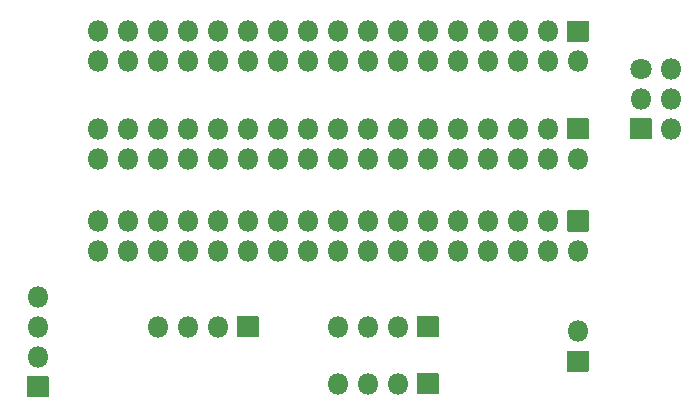
<source format=gbr>
G04 #@! TF.GenerationSoftware,KiCad,Pcbnew,(5.1.9)-1*
G04 #@! TF.CreationDate,2021-09-22T10:06:10+01:00*
G04 #@! TF.ProjectId,Amiga DF0 DF1 Switcher - Design A - Rev 2,416d6967-6120-4444-9630-204446312053,2*
G04 #@! TF.SameCoordinates,Original*
G04 #@! TF.FileFunction,Soldermask,Bot*
G04 #@! TF.FilePolarity,Negative*
%FSLAX46Y46*%
G04 Gerber Fmt 4.6, Leading zero omitted, Abs format (unit mm)*
G04 Created by KiCad (PCBNEW (5.1.9)-1) date 2021-09-22 10:06:10*
%MOMM*%
%LPD*%
G01*
G04 APERTURE LIST*
%ADD10O,1.802000X1.802000*%
%ADD11C,1.802000*%
G04 APERTURE END LIST*
D10*
X177800000Y-146685000D03*
G36*
G01*
X178701000Y-148375000D02*
X178701000Y-150075000D01*
G75*
G02*
X178650000Y-150126000I-51000J0D01*
G01*
X176950000Y-150126000D01*
G75*
G02*
X176899000Y-150075000I0J51000D01*
G01*
X176899000Y-148375000D01*
G75*
G02*
X176950000Y-148324000I51000J0D01*
G01*
X178650000Y-148324000D01*
G75*
G02*
X178701000Y-148375000I0J-51000D01*
G01*
G37*
X185674000Y-129540000D03*
G36*
G01*
X182233000Y-130390000D02*
X182233000Y-128690000D01*
G75*
G02*
X182284000Y-128639000I51000J0D01*
G01*
X183984000Y-128639000D01*
G75*
G02*
X184035000Y-128690000I0J-51000D01*
G01*
X184035000Y-130390000D01*
G75*
G02*
X183984000Y-130441000I-51000J0D01*
G01*
X182284000Y-130441000D01*
G75*
G02*
X182233000Y-130390000I0J51000D01*
G01*
G37*
X185674000Y-127000000D03*
X183134000Y-127000000D03*
X185674000Y-124460000D03*
D11*
X183134000Y-124460000D03*
D10*
X157480000Y-151130000D03*
X160020000Y-151130000D03*
X162560000Y-151130000D03*
G36*
G01*
X164250000Y-150229000D02*
X165950000Y-150229000D01*
G75*
G02*
X166001000Y-150280000I0J-51000D01*
G01*
X166001000Y-151980000D01*
G75*
G02*
X165950000Y-152031000I-51000J0D01*
G01*
X164250000Y-152031000D01*
G75*
G02*
X164199000Y-151980000I0J51000D01*
G01*
X164199000Y-150280000D01*
G75*
G02*
X164250000Y-150229000I51000J0D01*
G01*
G37*
X132080000Y-143764000D03*
X132080000Y-146304000D03*
X132080000Y-148844000D03*
G36*
G01*
X132981000Y-150534000D02*
X132981000Y-152234000D01*
G75*
G02*
X132930000Y-152285000I-51000J0D01*
G01*
X131230000Y-152285000D01*
G75*
G02*
X131179000Y-152234000I0J51000D01*
G01*
X131179000Y-150534000D01*
G75*
G02*
X131230000Y-150483000I51000J0D01*
G01*
X132930000Y-150483000D01*
G75*
G02*
X132981000Y-150534000I0J-51000D01*
G01*
G37*
X137160000Y-139890500D03*
X137160000Y-137350500D03*
X139700000Y-139890500D03*
X139700000Y-137350500D03*
X142240000Y-139890500D03*
X142240000Y-137350500D03*
X144780000Y-139890500D03*
X144780000Y-137350500D03*
X147320000Y-139890500D03*
X147320000Y-137350500D03*
X149860000Y-139890500D03*
X149860000Y-137350500D03*
X152400000Y-139890500D03*
X152400000Y-137350500D03*
X154940000Y-139890500D03*
X154940000Y-137350500D03*
X157480000Y-139890500D03*
X157480000Y-137350500D03*
X160020000Y-139890500D03*
X160020000Y-137350500D03*
X162560000Y-139890500D03*
X162560000Y-137350500D03*
X165100000Y-139890500D03*
X165100000Y-137350500D03*
X167640000Y-139890500D03*
X167640000Y-137350500D03*
X170180000Y-139890500D03*
X170180000Y-137350500D03*
X172720000Y-139890500D03*
X172720000Y-137350500D03*
X175260000Y-139890500D03*
X175260000Y-137350500D03*
X177800000Y-139890500D03*
G36*
G01*
X178650000Y-138251500D02*
X176950000Y-138251500D01*
G75*
G02*
X176899000Y-138200500I0J51000D01*
G01*
X176899000Y-136500500D01*
G75*
G02*
X176950000Y-136449500I51000J0D01*
G01*
X178650000Y-136449500D01*
G75*
G02*
X178701000Y-136500500I0J-51000D01*
G01*
X178701000Y-138200500D01*
G75*
G02*
X178650000Y-138251500I-51000J0D01*
G01*
G37*
G36*
G01*
X176950000Y-128639000D02*
X178650000Y-128639000D01*
G75*
G02*
X178701000Y-128690000I0J-51000D01*
G01*
X178701000Y-130390000D01*
G75*
G02*
X178650000Y-130441000I-51000J0D01*
G01*
X176950000Y-130441000D01*
G75*
G02*
X176899000Y-130390000I0J51000D01*
G01*
X176899000Y-128690000D01*
G75*
G02*
X176950000Y-128639000I51000J0D01*
G01*
G37*
X177800000Y-132080000D03*
X175260000Y-129540000D03*
X175260000Y-132080000D03*
X172720000Y-129540000D03*
X172720000Y-132080000D03*
X170180000Y-129540000D03*
X170180000Y-132080000D03*
X167640000Y-129540000D03*
X167640000Y-132080000D03*
X165100000Y-129540000D03*
X165100000Y-132080000D03*
X162560000Y-129540000D03*
X162560000Y-132080000D03*
X160020000Y-129540000D03*
X160020000Y-132080000D03*
X157480000Y-129540000D03*
X157480000Y-132080000D03*
X154940000Y-129540000D03*
X154940000Y-132080000D03*
X152400000Y-129540000D03*
X152400000Y-132080000D03*
X149860000Y-129540000D03*
X149860000Y-132080000D03*
X147320000Y-129540000D03*
X147320000Y-132080000D03*
X144780000Y-129540000D03*
X144780000Y-132080000D03*
X142240000Y-129540000D03*
X142240000Y-132080000D03*
X139700000Y-129540000D03*
X139700000Y-132080000D03*
X137160000Y-129540000D03*
X137160000Y-132080000D03*
G36*
G01*
X176950000Y-120384000D02*
X178650000Y-120384000D01*
G75*
G02*
X178701000Y-120435000I0J-51000D01*
G01*
X178701000Y-122135000D01*
G75*
G02*
X178650000Y-122186000I-51000J0D01*
G01*
X176950000Y-122186000D01*
G75*
G02*
X176899000Y-122135000I0J51000D01*
G01*
X176899000Y-120435000D01*
G75*
G02*
X176950000Y-120384000I51000J0D01*
G01*
G37*
X177800000Y-123825000D03*
X175260000Y-121285000D03*
X175260000Y-123825000D03*
X172720000Y-121285000D03*
X172720000Y-123825000D03*
X170180000Y-121285000D03*
X170180000Y-123825000D03*
X167640000Y-121285000D03*
X167640000Y-123825000D03*
X165100000Y-121285000D03*
X165100000Y-123825000D03*
X162560000Y-121285000D03*
X162560000Y-123825000D03*
X160020000Y-121285000D03*
X160020000Y-123825000D03*
X157480000Y-121285000D03*
X157480000Y-123825000D03*
X154940000Y-121285000D03*
X154940000Y-123825000D03*
X152400000Y-121285000D03*
X152400000Y-123825000D03*
X149860000Y-121285000D03*
X149860000Y-123825000D03*
X147320000Y-121285000D03*
X147320000Y-123825000D03*
X144780000Y-121285000D03*
X144780000Y-123825000D03*
X142240000Y-121285000D03*
X142240000Y-123825000D03*
X139700000Y-121285000D03*
X139700000Y-123825000D03*
X137160000Y-121285000D03*
X137160000Y-123825000D03*
G36*
G01*
X164250000Y-145403000D02*
X165950000Y-145403000D01*
G75*
G02*
X166001000Y-145454000I0J-51000D01*
G01*
X166001000Y-147154000D01*
G75*
G02*
X165950000Y-147205000I-51000J0D01*
G01*
X164250000Y-147205000D01*
G75*
G02*
X164199000Y-147154000I0J51000D01*
G01*
X164199000Y-145454000D01*
G75*
G02*
X164250000Y-145403000I51000J0D01*
G01*
G37*
X162560000Y-146304000D03*
X160020000Y-146304000D03*
X157480000Y-146304000D03*
G36*
G01*
X149010000Y-145403000D02*
X150710000Y-145403000D01*
G75*
G02*
X150761000Y-145454000I0J-51000D01*
G01*
X150761000Y-147154000D01*
G75*
G02*
X150710000Y-147205000I-51000J0D01*
G01*
X149010000Y-147205000D01*
G75*
G02*
X148959000Y-147154000I0J51000D01*
G01*
X148959000Y-145454000D01*
G75*
G02*
X149010000Y-145403000I51000J0D01*
G01*
G37*
X147320000Y-146304000D03*
X144780000Y-146304000D03*
X142240000Y-146304000D03*
M02*

</source>
